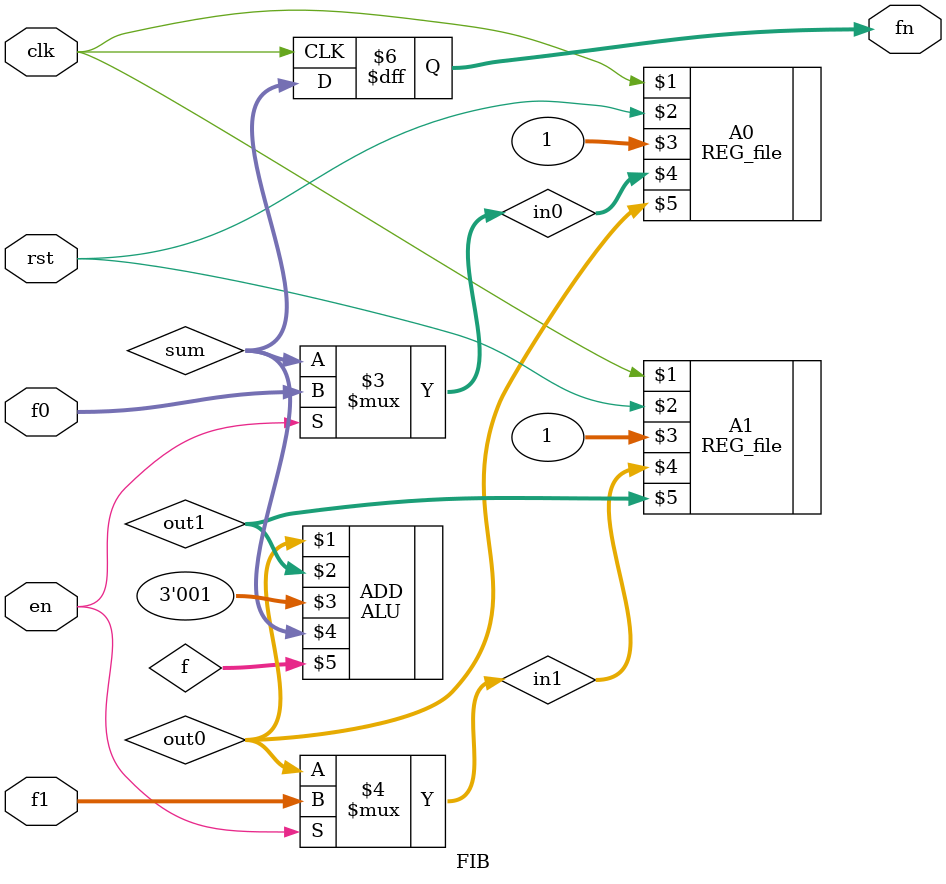
<source format=v>
`timescale 1ns / 1ps


module FIB(
    input en,
    input  [5:0]f0,
    input  [5:0]f1,
    input rst,
    input clk,
    output reg [5:0]fn
    );
    wire [2:0]f;
    wire [5:0] in0;
    wire [5:0] out0;
    wire [5:0] in1;
    wire [5:0] out1;
    wire [5:0] sum;

//assign fn=sum;
ALU ADD (out0,out1,3'h01,sum ,f);
REG_file A0 (clk,rst,1,in0,out0);
REG_file A1 (clk,rst,1,in1,out1);
assign in0=(en)?f0:sum;
assign in1=(en)?f1:out0;
always@(posedge clk)
begin
 fn<=sum;
end
endmodule

</source>
